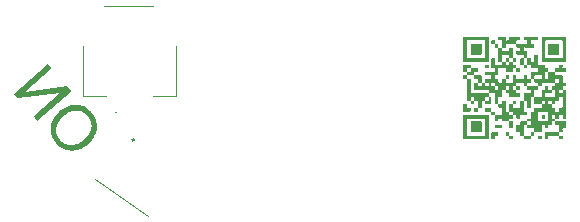
<source format=gbo>
G04*
G04 #@! TF.GenerationSoftware,Altium Limited,Altium Designer,21.8.1 (53)*
G04*
G04 Layer_Color=32896*
%FSLAX25Y25*%
%MOIN*%
G70*
G04*
G04 #@! TF.SameCoordinates,BB14BC4D-F75F-4C2B-B3D6-E291CF296C5C*
G04*
G04*
G04 #@! TF.FilePolarity,Positive*
G04*
G01*
G75*
%ADD10C,0.00394*%
%ADD88C,0.00787*%
G36*
X487636Y103027D02*
X485257D01*
Y101775D01*
X486384D01*
Y100648D01*
X486259D01*
Y100523D01*
X483254D01*
Y100648D01*
X483003D01*
Y100523D01*
X482878D01*
Y100398D01*
X482753D01*
Y100022D01*
X482878D01*
Y99897D01*
X482753D01*
Y99521D01*
X482878D01*
Y99396D01*
X484005D01*
Y97017D01*
X485132D01*
Y96892D01*
X485257D01*
Y95765D01*
X486384D01*
Y98144D01*
X487636D01*
Y94889D01*
X490015D01*
Y93762D01*
X490140D01*
Y93637D01*
X490891D01*
Y92510D01*
D01*
D01*
X493270D01*
Y91383D01*
X493395D01*
Y91258D01*
X495649D01*
Y91133D01*
X495774D01*
Y88879D01*
X496901D01*
Y87752D01*
X496776D01*
Y87627D01*
X495774D01*
Y86500D01*
X496776D01*
Y86375D01*
X496901D01*
Y76859D01*
X495774D01*
Y77986D01*
X495649D01*
Y78111D01*
X494647D01*
Y77986D01*
X494522D01*
Y76859D01*
X493270D01*
Y77610D01*
X493395D01*
Y77861D01*
X493270D01*
Y77986D01*
X493145D01*
Y78111D01*
X492269D01*
Y77986D01*
X492143D01*
Y77610D01*
Y77485D01*
Y76859D01*
X493270D01*
Y75983D01*
X492143D01*
Y74856D01*
X492018D01*
Y74731D01*
X490891D01*
Y73604D01*
X490015D01*
Y74731D01*
X488888D01*
Y74606D01*
X488763D01*
Y72727D01*
X488888D01*
Y72602D01*
X488763D01*
Y72352D01*
X486384D01*
Y73479D01*
X486259D01*
Y73604D01*
X484380D01*
Y73479D01*
X484255D01*
Y73604D01*
X484005D01*
Y74731D01*
X482878D01*
Y74606D01*
X482753D01*
Y71475D01*
Y71350D01*
Y71100D01*
X481751D01*
Y71225D01*
X481626D01*
Y72352D01*
X480499D01*
Y72477D01*
X480374D01*
Y74606D01*
X480499D01*
Y74731D01*
X481501D01*
Y74856D01*
X481626D01*
Y75858D01*
X481751D01*
Y75983D01*
X484005D01*
Y74731D01*
X485132D01*
Y74856D01*
X485257D01*
Y75858D01*
X485132D01*
Y75983D01*
X484005D01*
Y76734D01*
X484130D01*
Y76859D01*
X485132D01*
Y76984D01*
X485257D01*
Y79238D01*
X486384D01*
Y80365D01*
X486509D01*
Y80490D01*
X488763D01*
Y80615D01*
X488888D01*
Y80866D01*
X488763D01*
Y81617D01*
D01*
D01*
X486509D01*
Y81742D01*
X486384D01*
Y83996D01*
X487010D01*
Y84121D01*
X487260D01*
Y83996D01*
X488137D01*
Y84121D01*
X488387D01*
Y83996D01*
X488637D01*
Y84121D01*
X488763D01*
Y84246D01*
X488888D01*
Y84497D01*
X488763D01*
Y85874D01*
X488888D01*
Y85999D01*
X488763D01*
Y86375D01*
X488888D01*
Y86500D01*
X490015D01*
Y87627D01*
X490891D01*
Y86500D01*
X492143D01*
Y85373D01*
X492018D01*
Y85248D01*
X490015D01*
Y84121D01*
X490140D01*
Y83996D01*
X490516D01*
Y84121D01*
X490641D01*
Y83996D01*
X492644D01*
Y84121D01*
X492895D01*
Y83996D01*
X493145D01*
Y84121D01*
X493270D01*
Y84246D01*
X493395D01*
Y84497D01*
X493270D01*
Y86124D01*
X493395D01*
Y86250D01*
X493270D01*
Y86500D01*
X492143D01*
Y87627D01*
X493270D01*
Y87877D01*
X493395D01*
Y88003D01*
X493270D01*
Y88754D01*
X493395D01*
Y88879D01*
X494522D01*
Y90006D01*
X494397D01*
Y90131D01*
X494021D01*
Y90006D01*
X493771D01*
Y90131D01*
X493520D01*
Y90006D01*
X493270D01*
Y88879D01*
X488888D01*
Y88754D01*
X488763D01*
Y88003D01*
X488888D01*
Y87877D01*
X488763D01*
Y87627D01*
X487636D01*
Y88754D01*
X487511D01*
Y88879D01*
X486509D01*
Y89004D01*
X486384D01*
Y90006D01*
D01*
D01*
X485883D01*
Y90131D01*
X485507D01*
Y90006D01*
X485382D01*
Y90131D01*
X485257D01*
Y92510D01*
X487636D01*
Y93637D01*
X485257D01*
Y94763D01*
X485132D01*
Y94889D01*
X484005D01*
Y97017D01*
X482878D01*
Y97518D01*
X482753D01*
Y97768D01*
X482878D01*
Y98019D01*
X482753D01*
Y98144D01*
X480499D01*
Y98269D01*
X480374D01*
Y99271D01*
X480499D01*
Y99396D01*
X481626D01*
Y100523D01*
X481376D01*
Y100648D01*
X481250D01*
Y100523D01*
X480499D01*
Y100648D01*
X480374D01*
Y101775D01*
X476868D01*
Y101650D01*
X476743D01*
Y101274D01*
X476868D01*
Y101149D01*
X476743D01*
Y101024D01*
X476868D01*
Y100773D01*
X476743D01*
Y100523D01*
X475616D01*
Y102902D01*
X475491D01*
Y103027D01*
X474364D01*
Y104029D01*
X474489D01*
Y104154D01*
X476743D01*
Y104029D01*
X476868D01*
Y103778D01*
X476743D01*
Y103528D01*
X476868D01*
Y103403D01*
X476743D01*
Y103152D01*
X476868D01*
Y103027D01*
X476993D01*
Y102902D01*
X477119D01*
Y103027D01*
X477995D01*
Y104154D01*
X481626D01*
Y103027D01*
X480499D01*
Y102902D01*
X480374D01*
Y101775D01*
X484005D01*
Y102902D01*
X483880D01*
Y103027D01*
X482878D01*
Y103152D01*
X482753D01*
Y103403D01*
X482878D01*
Y103778D01*
X482753D01*
Y104029D01*
X482878D01*
Y104154D01*
X487636D01*
Y103027D01*
D02*
G37*
G36*
X496901Y95765D02*
X488888D01*
Y95890D01*
X488763D01*
Y96266D01*
X488888D01*
Y96391D01*
X488763D01*
Y103528D01*
X488888D01*
Y103653D01*
X488763D01*
Y104029D01*
X488888D01*
Y104154D01*
X496901D01*
Y95765D01*
D02*
G37*
G36*
X473112Y102902D02*
X473237D01*
Y102401D01*
Y102276D01*
Y101775D01*
X474364D01*
Y100523D01*
X475616D01*
Y99396D01*
X477995D01*
Y100523D01*
X478245D01*
Y100648D01*
X478371D01*
Y100523D01*
X479247D01*
Y97017D01*
X480249D01*
Y96892D01*
X480374D01*
Y96266D01*
Y96141D01*
Y95765D01*
X479247D01*
Y97017D01*
X477995D01*
Y97142D01*
Y97268D01*
Y98144D01*
X475616D01*
Y95765D01*
X476743D01*
Y95640D01*
X476868D01*
Y95390D01*
X476743D01*
Y95014D01*
X476868D01*
Y94889D01*
X477995D01*
Y95765D01*
X476868D01*
Y96642D01*
X476743D01*
Y96767D01*
X476868D01*
Y97017D01*
X477995D01*
Y96892D01*
Y96767D01*
Y95765D01*
X479247D01*
Y94889D01*
X480374D01*
Y93637D01*
X481626D01*
Y93011D01*
Y92886D01*
Y92510D01*
X480374D01*
Y93637D01*
X479247D01*
Y92510D01*
X476868D01*
Y92635D01*
X476743D01*
Y92886D01*
X476868D01*
Y93511D01*
X476743D01*
Y93637D01*
X474364D01*
Y91258D01*
X473237D01*
Y90131D01*
X473362D01*
Y90006D01*
X473988D01*
Y90131D01*
X474239D01*
Y90006D01*
X474364D01*
Y89004D01*
X474489D01*
Y88879D01*
X475616D01*
Y90006D01*
X475741D01*
Y90131D01*
X475992D01*
Y90006D01*
X476868D01*
Y89254D01*
X476743D01*
Y89004D01*
X476868D01*
Y88879D01*
X479122D01*
Y89004D01*
X479247D01*
Y91258D01*
X480374D01*
Y90131D01*
X480499D01*
Y90006D01*
X482628D01*
Y90131D01*
X482753D01*
Y90256D01*
X482878D01*
Y90507D01*
X482753D01*
Y90632D01*
X482878D01*
Y90882D01*
X482753D01*
Y91133D01*
X482878D01*
Y91258D01*
X484005D01*
Y90131D01*
X484130D01*
Y90006D01*
X485257D01*
Y89004D01*
X485132D01*
Y88879D01*
X484005D01*
Y87627D01*
X487636D01*
Y86500D01*
X486509D01*
Y86375D01*
X486384D01*
Y84121D01*
X485382D01*
Y83996D01*
X485257D01*
Y83871D01*
Y83745D01*
Y80615D01*
X485132D01*
Y80490D01*
X484005D01*
Y82869D01*
X482878D01*
Y84872D01*
X482753D01*
Y85123D01*
X482878D01*
Y85248D01*
X485132D01*
Y85373D01*
X485257D01*
Y86375D01*
X485132D01*
Y86500D01*
X484005D01*
Y87627D01*
X482878D01*
Y87877D01*
X482753D01*
Y88128D01*
X482878D01*
Y88253D01*
X482753D01*
Y88378D01*
X482878D01*
Y88754D01*
X482753D01*
Y88879D01*
X480499D01*
Y88754D01*
X480374D01*
Y87627D01*
X481626D01*
Y86500D01*
X480374D01*
Y87627D01*
X479247D01*
Y86500D01*
X480374D01*
Y85373D01*
X480499D01*
Y85248D01*
X481626D01*
Y84121D01*
X481501D01*
Y83996D01*
X481250D01*
Y84121D01*
X478371D01*
Y83996D01*
X478120D01*
Y84121D01*
X477995D01*
Y85248D01*
X476868D01*
Y85498D01*
X476743D01*
Y85624D01*
X476868D01*
Y86500D01*
X477995D01*
Y87627D01*
X476868D01*
Y87502D01*
X476743D01*
Y87251D01*
X476868D01*
Y86625D01*
X476743D01*
Y86500D01*
X475741D01*
Y86375D01*
X475616D01*
Y84121D01*
X475491D01*
Y83996D01*
X475241D01*
Y84121D01*
X474489D01*
Y83996D01*
X474364D01*
Y81617D01*
X475491D01*
Y81742D01*
X475616D01*
Y82869D01*
X476743D01*
Y82744D01*
X476868D01*
Y82368D01*
X476743D01*
Y82243D01*
X476868D01*
Y80991D01*
X476743D01*
Y80741D01*
X476868D01*
Y80115D01*
X476743D01*
Y79989D01*
X476868D01*
Y79739D01*
X476743D01*
Y79363D01*
X476868D01*
Y79238D01*
X477995D01*
Y78111D01*
X478120D01*
Y77986D01*
X478371D01*
Y78111D01*
X479122D01*
Y77986D01*
X479247D01*
Y76984D01*
X479122D01*
Y76859D01*
X477995D01*
Y75983D01*
X479122D01*
Y75858D01*
X479247D01*
Y73604D01*
X478997D01*
Y73479D01*
X478871D01*
Y73604D01*
X478371D01*
Y73479D01*
X478245D01*
Y73604D01*
X477995D01*
Y75106D01*
Y75231D01*
Y75983D01*
X475616D01*
Y76859D01*
X474489D01*
Y76734D01*
X474364D01*
Y75983D01*
X473237D01*
Y78111D01*
X472361D01*
Y77986D01*
X472236D01*
Y78111D01*
X471985D01*
Y79238D01*
X469982D01*
Y79363D01*
X469857D01*
Y79864D01*
Y79989D01*
Y80365D01*
X469982D01*
Y80490D01*
X471860D01*
Y80365D01*
X471985D01*
Y79238D01*
X473112D01*
Y79113D01*
X473237D01*
Y78111D01*
X475241D01*
Y77986D01*
X475491D01*
Y78111D01*
X475616D01*
Y80365D01*
X475491D01*
Y80490D01*
X474489D01*
Y80615D01*
X474364D01*
Y81617D01*
X473362D01*
Y81742D01*
X473237D01*
Y85248D01*
X471109D01*
Y86375D01*
X470984D01*
Y86500D01*
X466351D01*
Y88503D01*
X466226D01*
Y88629D01*
X466351D01*
Y88879D01*
X467478D01*
Y87752D01*
X467603D01*
Y87627D01*
X468605D01*
Y87752D01*
X468730D01*
Y88879D01*
X467478D01*
Y90006D01*
X467353D01*
Y90131D01*
X467102D01*
Y90006D01*
X466852D01*
Y90131D01*
X466727D01*
Y90006D01*
X466476D01*
Y90131D01*
X466351D01*
Y90256D01*
X466226D01*
Y90381D01*
X466351D01*
Y91258D01*
X463847D01*
Y92385D01*
X463972D01*
Y92510D01*
X465099D01*
Y93637D01*
X463972D01*
Y93511D01*
X463847D01*
Y92510D01*
X462720D01*
Y94889D01*
X464974D01*
Y94763D01*
X465099D01*
Y93637D01*
X467478D01*
Y92510D01*
X466351D01*
Y92259D01*
X466226D01*
Y92134D01*
X466351D01*
Y91258D01*
X468605D01*
Y91133D01*
X468730D01*
Y88879D01*
X469857D01*
Y87752D01*
X469982D01*
Y87627D01*
X470984D01*
Y87752D01*
X471109D01*
Y88879D01*
X469857D01*
Y90006D01*
X470107D01*
Y90131D01*
X470358D01*
Y90006D01*
X471860D01*
Y90131D01*
X471985D01*
Y91258D01*
X469982D01*
Y91383D01*
X469857D01*
Y92385D01*
X469982D01*
Y92510D01*
X473237D01*
Y93637D01*
X472110D01*
Y93762D01*
X471985D01*
Y96892D01*
X472110D01*
Y97017D01*
X473112D01*
Y96892D01*
X473237D01*
Y94889D01*
X475616D01*
Y95765D01*
X474489D01*
Y95890D01*
X474364D01*
Y100523D01*
X473362D01*
Y100648D01*
X473237D01*
Y101775D01*
X472110D01*
Y101900D01*
X471985D01*
Y102902D01*
X472110D01*
Y103027D01*
X473112D01*
Y102902D01*
D02*
G37*
G36*
X471109Y95765D02*
X462720D01*
Y104154D01*
X471109D01*
Y95765D01*
D02*
G37*
G36*
X482753Y94889D02*
X481626D01*
Y96892D01*
X481751D01*
Y97017D01*
X482753D01*
Y94889D01*
D02*
G37*
G36*
X484005Y93762D02*
X483880D01*
Y93637D01*
X482878D01*
Y93887D01*
X482753D01*
Y94138D01*
X482878D01*
Y94889D01*
X484005D01*
Y93762D01*
D02*
G37*
G36*
X470984Y94763D02*
X471109D01*
Y93762D01*
X470984D01*
Y93637D01*
X469982D01*
Y93762D01*
X469857D01*
Y94388D01*
Y94513D01*
Y94763D01*
X469982D01*
Y94889D01*
X470984D01*
Y94763D01*
D02*
G37*
G36*
X495649D02*
X495774D01*
Y94012D01*
X495649D01*
Y93887D01*
X495774D01*
Y93637D01*
X496901D01*
Y92510D01*
X493270D01*
Y92760D01*
Y92886D01*
Y93511D01*
X493395D01*
Y93637D01*
X494397D01*
Y93762D01*
X494522D01*
Y94763D01*
X494647D01*
Y94889D01*
X495649D01*
Y94763D01*
D02*
G37*
G36*
X477995Y90131D02*
X477870D01*
Y90006D01*
X477494D01*
Y90131D01*
X477244D01*
Y90006D01*
X476868D01*
Y90882D01*
X476743D01*
Y91133D01*
X476868D01*
Y91258D01*
X477995D01*
Y90131D01*
D02*
G37*
G36*
X480374Y81617D02*
X479247D01*
Y82744D01*
Y82869D01*
X480374D01*
Y81617D01*
D02*
G37*
G36*
X463847Y90006D02*
X464723D01*
Y90131D01*
X464974D01*
Y90006D01*
X465099D01*
Y85248D01*
X471109D01*
Y84121D01*
X469982D01*
Y83996D01*
X469857D01*
Y82869D01*
X471109D01*
Y83996D01*
X471610D01*
Y84121D01*
X471860D01*
Y83996D01*
X471985D01*
Y81742D01*
X471860D01*
Y81617D01*
X469982D01*
Y81742D01*
X469857D01*
Y82869D01*
X468730D01*
Y80490D01*
X467478D01*
Y82869D01*
X466351D01*
Y83996D01*
X466101D01*
Y84121D01*
X465725D01*
Y83996D01*
X465600D01*
Y84121D01*
X465224D01*
Y83996D01*
X465099D01*
Y82869D01*
X466351D01*
Y82118D01*
Y81993D01*
Y81742D01*
X466226D01*
Y81617D01*
X465224D01*
Y81742D01*
X465099D01*
Y82869D01*
X463972D01*
Y82994D01*
X463847D01*
Y90006D01*
X463471D01*
Y90131D01*
X463096D01*
Y90006D01*
X462845D01*
Y90131D01*
X462720D01*
Y91258D01*
X463847D01*
Y90006D01*
D02*
G37*
G36*
X482753Y79363D02*
X482878D01*
Y79238D01*
X484005D01*
Y78111D01*
X483754D01*
Y77986D01*
X483629D01*
Y78111D01*
X481751D01*
Y77986D01*
X481626D01*
Y76859D01*
X480499D01*
Y76984D01*
X480374D01*
Y77986D01*
X480249D01*
Y78111D01*
X479247D01*
Y79113D01*
X479122D01*
Y79238D01*
X477995D01*
Y81617D01*
X479247D01*
Y80490D01*
X481626D01*
Y80866D01*
Y80991D01*
Y82869D01*
X482753D01*
Y79363D01*
D02*
G37*
G36*
X467478Y79238D02*
X466351D01*
Y79488D01*
X466226D01*
Y79614D01*
X466351D01*
Y80115D01*
X466226D01*
Y80240D01*
X466351D01*
Y80490D01*
X467478D01*
Y79238D01*
D02*
G37*
G36*
X463847Y80615D02*
X463972D01*
Y80490D01*
X464974D01*
Y80365D01*
X465099D01*
Y79363D01*
X464974D01*
Y79238D01*
X462720D01*
Y81617D01*
X463847D01*
Y80615D01*
D02*
G37*
G36*
X470984Y77986D02*
X471109D01*
Y69973D01*
X462720D01*
Y70474D01*
Y70599D01*
Y77986D01*
X462845D01*
Y78111D01*
X463221D01*
Y77986D01*
X463346D01*
Y78111D01*
X470483D01*
Y77986D01*
X470608D01*
Y78111D01*
X470984D01*
Y77986D01*
D02*
G37*
G36*
X475616Y73604D02*
X475366D01*
Y73479D01*
X475241D01*
Y73604D01*
X473237D01*
Y74731D01*
X475616D01*
Y73604D01*
D02*
G37*
G36*
X496901Y74856D02*
Y74731D01*
Y73604D01*
X495899D01*
Y73479D01*
X495774D01*
Y73353D01*
X495649D01*
Y73228D01*
X495774D01*
Y72477D01*
X495649D01*
Y72352D01*
X494522D01*
Y74731D01*
X493395D01*
Y74856D01*
X493270D01*
Y75858D01*
X493395D01*
Y75983D01*
X496901D01*
Y74856D01*
D02*
G37*
G36*
X486384Y71225D02*
X486259D01*
Y71100D01*
X485257D01*
Y72352D01*
X486384D01*
Y71225D01*
D02*
G37*
G36*
X494522Y71100D02*
X495649D01*
Y70975D01*
X495774D01*
Y70098D01*
X495649D01*
Y69973D01*
X494522D01*
Y71100D01*
X491267D01*
Y71225D01*
X491142D01*
Y71100D01*
X490891D01*
Y69973D01*
X490015D01*
Y72352D01*
X494522D01*
Y71100D01*
D02*
G37*
G36*
X488763Y70975D02*
X488888D01*
Y70849D01*
X488763D01*
Y70349D01*
X488888D01*
Y70098D01*
X488763D01*
Y69973D01*
X487636D01*
Y71100D01*
X488763D01*
Y70975D01*
D02*
G37*
G36*
X485257Y70474D02*
Y70349D01*
Y70098D01*
X485132D01*
Y69973D01*
X482878D01*
Y70098D01*
X482753D01*
Y70349D01*
X482878D01*
Y71100D01*
X485257D01*
Y70474D01*
D02*
G37*
G36*
X477995Y71100D02*
X479247D01*
Y70098D01*
X479122D01*
Y69973D01*
X477995D01*
Y71100D01*
X476868D01*
Y71350D01*
X476743D01*
Y71475D01*
Y71601D01*
X476868D01*
Y71976D01*
X476743D01*
Y72227D01*
X476868D01*
Y72352D01*
X477995D01*
Y71100D01*
D02*
G37*
G36*
X474364Y71225D02*
X474239D01*
Y71100D01*
X473237D01*
Y69973D01*
X471985D01*
Y72227D01*
X472110D01*
Y72352D01*
X474364D01*
Y71225D01*
D02*
G37*
G36*
X325491Y93729D02*
X316538Y85894D01*
X330719Y87754D01*
X332073Y86207D01*
X320683Y76241D01*
X319416Y77690D01*
X328353Y85510D01*
X314203Y83648D01*
X312834Y85211D01*
X324224Y95177D01*
X325491Y93729D01*
D02*
G37*
G36*
X333741Y81477D02*
X334297Y81440D01*
X334772Y81362D01*
X334986Y81317D01*
X335155Y81290D01*
X335291Y81234D01*
X335398Y81212D01*
X335443Y81193D01*
X335474Y81191D01*
X335821Y81059D01*
X336153Y80913D01*
X336768Y80609D01*
X337331Y80230D01*
X337788Y79874D01*
X337994Y79706D01*
X338200Y79537D01*
X338346Y79403D01*
X338475Y79255D01*
X338593Y79154D01*
X338722Y79006D01*
X339094Y78548D01*
X339405Y78093D01*
X339668Y77626D01*
X339901Y77161D01*
X340072Y76700D01*
X340228Y76256D01*
X340339Y75830D01*
X340422Y75437D01*
X340489Y75060D01*
X340528Y74717D01*
X340555Y74420D01*
X340553Y74157D01*
X340555Y73956D01*
X340559Y73785D01*
X340553Y73692D01*
X340551Y73661D01*
X340469Y73124D01*
X340341Y72606D01*
X340166Y72075D01*
X339948Y71594D01*
X339699Y71114D01*
X339453Y70666D01*
X339177Y70250D01*
X338889Y69882D01*
X338617Y69528D01*
X338348Y69205D01*
X338097Y68927D01*
X337895Y68693D01*
X337698Y68520D01*
X337564Y68374D01*
X337465Y68287D01*
X337449Y68273D01*
X337432Y68259D01*
X336844Y67802D01*
X336276Y67421D01*
X335696Y67088D01*
X335424Y66967D01*
X335153Y66845D01*
X334928Y66736D01*
X334706Y66658D01*
X334515Y66578D01*
X334340Y66512D01*
X334212Y66458D01*
X334118Y66434D01*
X334040Y66423D01*
X334023Y66409D01*
X333301Y66271D01*
X332630Y66207D01*
X331980Y66220D01*
X331410Y66273D01*
X330919Y66337D01*
X330719Y66366D01*
X330567Y66407D01*
X330415Y66448D01*
X330308Y66471D01*
X330262Y66489D01*
X330231Y66491D01*
X329884Y66623D01*
X329553Y66769D01*
X328923Y67090D01*
X328374Y67452D01*
X327886Y67810D01*
X327666Y67995D01*
X327491Y68162D01*
X327314Y68298D01*
X327185Y68446D01*
X327082Y68530D01*
X326938Y68695D01*
X326495Y69267D01*
X326131Y69849D01*
X325812Y70413D01*
X325691Y70684D01*
X325584Y70939D01*
X325491Y71178D01*
X325413Y71400D01*
X325347Y71575D01*
X325296Y71733D01*
X325259Y71876D01*
X325220Y71987D01*
X325224Y72048D01*
X325209Y72065D01*
X325102Y72785D01*
X325086Y73468D01*
X325144Y74099D01*
X325228Y74667D01*
X325339Y75171D01*
X325382Y75354D01*
X325440Y75521D01*
X325481Y75673D01*
X325518Y75764D01*
X325539Y75840D01*
X325555Y75854D01*
X325703Y76217D01*
X325880Y76546D01*
X326248Y77188D01*
X326660Y77780D01*
X327065Y78280D01*
X327265Y78484D01*
X327433Y78689D01*
X327600Y78864D01*
X327748Y78994D01*
X327866Y79126D01*
X327948Y79198D01*
X328014Y79255D01*
X328030Y79270D01*
X328684Y79784D01*
X329318Y80222D01*
X329625Y80403D01*
X329945Y80568D01*
X330234Y80704D01*
X330491Y80841D01*
X330746Y80948D01*
X330984Y81041D01*
X331176Y81121D01*
X331365Y81171D01*
X331493Y81224D01*
X331587Y81249D01*
X331665Y81259D01*
X331682Y81274D01*
X332390Y81428D01*
X333091Y81489D01*
X333741Y81477D01*
D02*
G37*
%LPC*%
G36*
X490891Y92510D02*
X490140D01*
Y92385D01*
X490015D01*
Y90131D01*
X490140D01*
Y90006D01*
X490766D01*
Y90131D01*
X490891D01*
Y92510D01*
D01*
D01*
D02*
G37*
G36*
X488763Y91258D02*
X486509D01*
Y91133D01*
X486384D01*
Y90006D01*
D01*
D01*
X488637D01*
Y90131D01*
X488763D01*
Y90256D01*
X488888D01*
Y90507D01*
X488763D01*
Y90882D01*
X488888D01*
Y91133D01*
X488763D01*
Y91258D01*
D02*
G37*
G36*
X495774Y86500D02*
X494647D01*
Y86375D01*
X494522D01*
Y85248D01*
X495649D01*
Y85373D01*
X495774D01*
Y86500D01*
D02*
G37*
G36*
X495649Y84121D02*
X495148D01*
Y83996D01*
X495023D01*
Y84121D01*
X494647D01*
Y83996D01*
X494522D01*
Y82869D01*
X493395D01*
Y82744D01*
X493270D01*
Y81993D01*
X493395D01*
Y81867D01*
X493270D01*
Y81617D01*
X492143D01*
Y82744D01*
X492018D01*
Y82869D01*
X491016D01*
Y82744D01*
X490891D01*
Y81742D01*
X491016D01*
Y81617D01*
X492143D01*
Y80490D01*
X493270D01*
Y80240D01*
X493395D01*
Y80115D01*
X493270D01*
Y79363D01*
X493395D01*
Y79238D01*
X494522D01*
Y80365D01*
X494647D01*
Y80490D01*
X495649D01*
Y80615D01*
X495774D01*
Y83996D01*
X495649D01*
Y84121D01*
D02*
G37*
G36*
X490015Y82869D02*
X488888D01*
Y82744D01*
X488763D01*
Y81617D01*
D01*
D01*
X489890D01*
Y81742D01*
X490015D01*
Y82869D01*
D02*
G37*
G36*
X490891Y79238D02*
X487636D01*
Y75983D01*
X490891D01*
Y79238D01*
D02*
G37*
%LPD*%
G36*
X489890Y77986D02*
X490015D01*
Y76859D01*
X488888D01*
Y76984D01*
X488763D01*
Y77360D01*
X488888D01*
Y77610D01*
X488763D01*
Y77861D01*
X488888D01*
Y77986D01*
X489013D01*
Y78111D01*
X489264D01*
Y77986D01*
X489514D01*
Y78111D01*
X489890D01*
Y77986D01*
D02*
G37*
%LPC*%
G36*
X495649Y103027D02*
X490140D01*
Y102902D01*
X490015D01*
Y97017D01*
X495774D01*
Y102902D01*
X495649D01*
Y103027D01*
D02*
G37*
%LPD*%
G36*
X494522Y98269D02*
X494397D01*
Y98144D01*
X491016D01*
Y98269D01*
X490891D01*
Y98520D01*
Y98645D01*
Y101650D01*
X491016D01*
Y101775D01*
X494522D01*
Y98269D01*
D02*
G37*
%LPC*%
G36*
X473112Y88879D02*
X472110D01*
Y88754D01*
X471985D01*
Y87752D01*
X472110D01*
Y87627D01*
X473237D01*
Y86500D01*
X474364D01*
Y87376D01*
Y87502D01*
Y87627D01*
X473237D01*
Y88754D01*
X473112D01*
Y88879D01*
D02*
G37*
G36*
X469732Y103027D02*
X463972D01*
Y102902D01*
X463847D01*
Y97142D01*
X463972D01*
Y97017D01*
X469857D01*
Y99521D01*
Y99647D01*
Y102902D01*
X469732D01*
Y103027D01*
D02*
G37*
%LPD*%
G36*
X468605Y101650D02*
X468730D01*
Y101525D01*
Y98269D01*
X468605D01*
Y98144D01*
X465224D01*
Y98269D01*
X465099D01*
Y101775D01*
X468605D01*
Y101650D01*
D02*
G37*
%LPC*%
G36*
X469857Y76859D02*
X463972D01*
Y76734D01*
X463847D01*
Y71225D01*
X463972D01*
Y71100D01*
X469857D01*
Y76859D01*
D02*
G37*
%LPD*%
G36*
X468605Y75858D02*
X468730D01*
Y72477D01*
X468605D01*
Y72352D01*
X465099D01*
Y75858D01*
X465224D01*
Y75983D01*
X468605D01*
Y75858D01*
D02*
G37*
%LPC*%
G36*
X333569Y79582D02*
X333132Y79549D01*
X332772Y79496D01*
X332474Y79438D01*
X332379Y79414D01*
X332301Y79403D01*
X332254Y79391D01*
X332237Y79377D01*
X331698Y79196D01*
X331170Y78936D01*
X330703Y78673D01*
X330281Y78391D01*
X330071Y78266D01*
X329908Y78153D01*
X329760Y78023D01*
X329631Y77938D01*
X329532Y77852D01*
X329466Y77794D01*
X329417Y77751D01*
X329400Y77737D01*
X329020Y77375D01*
X328670Y77011D01*
X328351Y76644D01*
X328079Y76291D01*
X327870Y75933D01*
X327662Y75605D01*
X327485Y75276D01*
X327341Y74976D01*
X327244Y74688D01*
X327150Y74431D01*
X327073Y74219D01*
X327030Y74036D01*
X327004Y73867D01*
X326964Y73746D01*
X326960Y73684D01*
X326958Y73653D01*
X326931Y73252D01*
X326952Y72863D01*
X327006Y72503D01*
X327059Y72143D01*
X327145Y71812D01*
X327279Y71493D01*
X327384Y71207D01*
X327520Y70919D01*
X327643Y70678D01*
X327783Y70452D01*
X327894Y70258D01*
X328007Y70096D01*
X328108Y69981D01*
X328164Y69884D01*
X328236Y69802D01*
X328526Y69503D01*
X328818Y69236D01*
X329114Y69030D01*
X329411Y68824D01*
X329725Y68664D01*
X330026Y68520D01*
X330312Y68392D01*
X330600Y68296D01*
X330859Y68232D01*
X331087Y68170D01*
X331301Y68125D01*
X331501Y68096D01*
X331639Y68071D01*
X331762Y68063D01*
X331824Y68059D01*
X331855Y68057D01*
X332258Y68061D01*
X332649Y68113D01*
X333042Y68195D01*
X333420Y68294D01*
X333787Y68440D01*
X334136Y68571D01*
X334778Y68901D01*
X335037Y69069D01*
X335297Y69238D01*
X335523Y69378D01*
X335702Y69505D01*
X335864Y69619D01*
X335980Y69719D01*
X336046Y69777D01*
X336062Y69791D01*
X336508Y70211D01*
X336908Y70618D01*
X337276Y71028D01*
X337566Y71427D01*
X337823Y71797D01*
X338033Y72155D01*
X338212Y72515D01*
X338356Y72816D01*
X338469Y73118D01*
X338564Y73375D01*
X338626Y73604D01*
X338669Y73787D01*
X338695Y73956D01*
X338718Y74063D01*
X338722Y74124D01*
X338724Y74155D01*
X338735Y74542D01*
X338698Y74916D01*
X338644Y75276D01*
X338560Y75638D01*
X338457Y75955D01*
X338354Y76272D01*
X338111Y76815D01*
X337971Y77042D01*
X337846Y77251D01*
X337749Y77428D01*
X337636Y77591D01*
X337551Y77720D01*
X337422Y77869D01*
X337045Y78266D01*
X336634Y78603D01*
X336233Y78862D01*
X335875Y79072D01*
X335543Y79218D01*
X335408Y79274D01*
X335303Y79327D01*
X335181Y79366D01*
X335122Y79401D01*
X335074Y79389D01*
X335060Y79405D01*
X334556Y79517D01*
X334048Y79566D01*
X333569Y79582D01*
D02*
G37*
%LPD*%
D10*
X346776Y79028D02*
G03*
X347169Y79028I197J0D01*
G01*
D02*
G03*
X346776Y79028I-197J0D01*
G01*
X339979Y56792D02*
X357717Y44372D01*
X335949Y84539D02*
Y101075D01*
Y84539D02*
X343626D01*
X359374D02*
X367051D01*
Y101075D01*
X342839Y114461D02*
X359374D01*
D88*
X352390Y69369D02*
G03*
X352842Y70014I226J323D01*
G01*
D02*
G03*
X352390Y69369I-226J-323D01*
G01*
M02*

</source>
